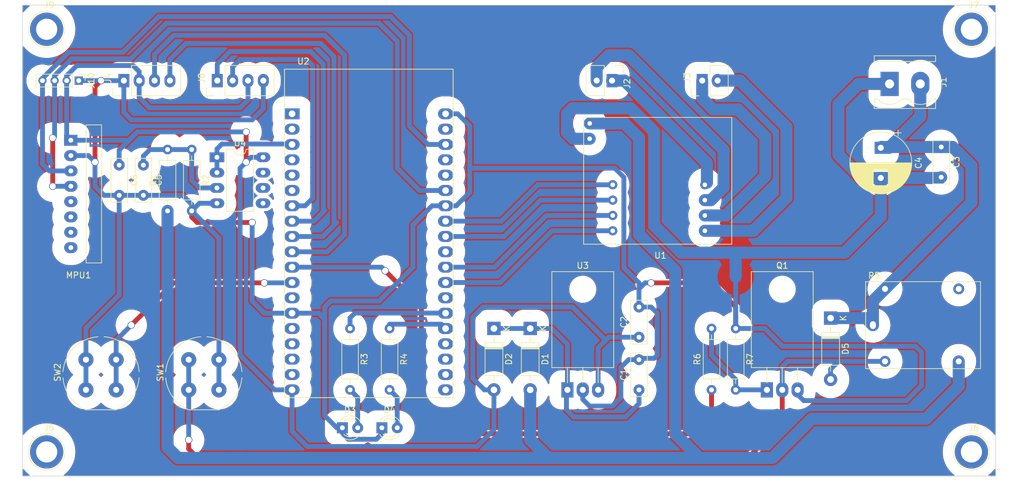
<source format=kicad_pcb>
(kicad_pcb (version 20240108) (generator "pcbnew") (generator_version "8.0")
  (title_block (comment 4 "AISLER Project ID: RIZIPMNJ"))
  (layers (0 "F.Cu" signal) (31 "B.Cu" signal) (34 "B.Paste" user) (35 "F.Paste" user) (36 "B.SilkS" user "B.Silkscreen") (37 "F.SilkS" user "F.Silkscreen") (38 "B.Mask" user) (39 "F.Mask" user) (44 "Edge.Cuts" user))
  (net 0 "")
  (net 1 "Net-(D1-K)")
  (net 2 "GND")
  (net 3 "+5V")
  (net 4 "+12V")
  (net 5 "GNDPWR")
  (net 6 "Net-(U4A-+)")
  (net 7 "+12P")
  (net 8 "Net-(D3-A)")
  (net 9 "Net-(D4-A)")
  (net 10 "Net-(D5-A)")
  (net 11 "Moteur A")
  (net 12 "Moteur B")
  (net 13 "Moteur C")
  (net 14 "Moteur D")
  (net 15 "EncodeurD")
  (net 16 "EncodeurC")
  (net 20 "EncodeurB")
  (net 21 "EncodeurA")
  (net 23 "SDA")
  (net 24 "SCL")
  (net 29 "Net-(Q1-G)")
  (net 30 "Led1")
  (net 31 "Led2")
  (net 33 "Signal de commande")
  (net 34 "Bouton Reset")
  (net 35 "PWM_1")
  (net 36 "PWM_2")
  (net 37 "PWM_3")
  (net 38 "PWM_4")
  (net 39 "+3.3V")
  (net 41 "Tension")
  (footprint "FootprintGamelGe2_v6:SW_PUSH_5mm_blue" (layer "F.Cu") (at 47.5 90.72 90)
    (property "Reference" "SW1" (at 2.9 -4.7 90) (layer "F.SilkS"))
    (property "Value" "SW_Push_blue")
    (pad "1" thru_hole circle (at 0 0 180) (size 2.5 2.5) (drill 1) (layers "*.Cu" "*.Mask") (net 10 "Net-(D5-A)"))
    (pad "1" thru_hole circle (at 5 0 180) (size 2.5 2.5) (drill 1) (layers "*.Cu" "*.Mask") (net 10 "Net-(D5-A)"))
    (pad "2" thru_hole circle (at 0 5 180) (size 2.5 2.5) (drill 1) (layers "*.Cu" "*.Mask") (net 2 "GND"))
    (pad "2" thru_hole circle (at 5 5 180) (size 2.5 2.5) (drill 1) (layers "*.Cu" "*.Mask") (net 2 "GND"))
  )
  (footprint "Diode_THT:D_DO-41_SOD81_P10.16mm_Horizontal" (layer "F.Cu") (at 98 80.56 -90)
    (property "Reference" "D2" (at 5.08 -2.47 90) (layer "F.SilkS"))
    (property "Value" "1N400X")
    (fp_text user "K" (at 0 -2.1 90) (layer "F.SilkS"))
    (pad "1" thru_hole rect (at 0 0 270) (size 2.2 2.2) (drill 1.1) (layers "*.Cu" "*.Mask") (net 1 "Net-(D1-K)"))
    (pad "2" thru_hole oval (at 10.16 0 270) (size 2.2 2.2) (drill 1.1) (layers "*.Cu" "*.Mask") (net 3 "+5V"))
  )
  (footprint "Diode_THT:D_DO-41_SOD81_P10.16mm_Horizontal" (layer "F.Cu") (at 104 80.56 -90)
    (property "Reference" "D1" (at 5.08 -2.47 90) (layer "F.SilkS"))
    (property "Value" "1N400X")
    (fp_text user "K" (at 0 -2.1 90) (layer "F.SilkS"))
    (pad "1" thru_hole rect (at 0 0 270) (size 2.2 2.2) (drill 1.1) (layers "*.Cu" "*.Mask") (net 1 "Net-(D1-K)"))
    (pad "2" thru_hole oval (at 10.16 0 270) (size 2.2 2.2) (drill 1.1) (layers "*.Cu" "*.Mask") (net 7 "+12P"))
  )
  (footprint "FootprintGamelGe2_v6:Autocom2" (layer "F.Cu") (at 132.46 39.5 90)
    (property "Reference" "J3" (at 0.5 -2.5 90) (layer "F.SilkS"))
    (property "Value" "Autocom2")
    (pad "1" thru_hole rect (at 0 0 90) (size 2.2 1.8) (drill 1) (layers "*.Cu" "*.Mask") (net 13 "Moteur C"))
    (pad "2" thru_hole oval (at 0 2.54 90) (size 2.2 1.8) (drill 1) (layers "*.Cu" "*.Mask") (net 14 "Moteur D"))
  )
  (footprint "mecatro:MPU6050" (layer "F.Cu") (at 21.65 43.792)
    (property "Reference" "MPU1" (at 7.62 27.94 0) (layer "F.SilkS"))
    (property "Value" "MPU6050")
    (pad "1" thru_hole rect (at 6.35 5.588) (size 2.2 1.8) (drill 0.8) (layers "*.Cu" "*.Mask") (net 3 "+5V"))
    (pad "2" thru_hole oval (at 6.35 8.128) (size 2.2 1.8) (drill 0.8) (layers "*.Cu" "*.Mask") (net 2 "GND"))
    (pad "3" thru_hole oval (at 6.35 10.668) (size 2.2 1.8) (drill 0.8) (layers "*.Cu" "*.Mask") (net 24 "SCL"))
    (pad "4" thru_hole oval (at 6.35 13.208) (size 2.2 1.8) (drill 0.8) (layers "*.Cu" "*.Mask") (net 23 "SDA"))
    (pad "5" thru_hole oval (at 6.35 15.748) (size 2.2 1.8) (drill 0.8) (layers "*.Cu" "*.Mask"))
    (pad "6" thru_hole oval (at 6.35 18.288) (size 2.2 1.8) (drill 0.8) (layers "*.Cu" "*.Mask"))
    (pad "7" thru_hole oval (at 6.35 20.828) (size 2.2 1.8) (drill 0.8) (layers "*.Cu" "*.Mask"))
    (pad "8" thru_hole oval (at 6.35 23.368) (size 2.2 1.8) (drill 0.8) (layers "*.Cu" "*.Mask"))
  )
  (footprint "FootprintGamelGe2_v6:LED_D3.0mm_orange" (layer "F.Cu") (at 72.92 97)
    (property "Reference" "D3" (at 1.27 -2.96 0) (layer "F.SilkS"))
    (property "Value" "LED3mm_orange")
    (pad "1" thru_hole rect (at 0 0) (size 1.8 1.8) (drill 0.8) (layers "*.Cu" "*.Mask") (net 2 "GND"))
    (pad "2" thru_hole circle (at 2.54 0) (size 1.8 1.8) (drill 0.8) (layers "*.Cu" "*.Mask") (net 8 "Net-(D3-A)"))
  )
  (footprint "FootprintGamelGe2_v6:R_Axial_DIN0207_L6.3mm_D2.5mm_P10.16mm_Horizontal" (layer "F.Cu") (at 74.195 80.56 -90)
    (property "Reference" "R3" (at 5.08 -2.37 90) (layer "F.SilkS"))
    (property "Value" "480")
    (pad "1" thru_hole circle (at 0 0 270) (size 1.6 1.6) (drill 0.8) (layers "*.Cu" "*.Mask") (net 30 "Led1"))
    (pad "2" thru_hole oval (at 10.16 0 270) (size 1.6 1.6) (drill 0.8) (layers "*.Cu" "*.Mask") (net 8 "Net-(D3-A)"))
  )
  (footprint "FootprintGamelGe2_v6:CP_Radial_D10.0mm_P5.00mm" (layer "F.Cu") (at 162 50.632323 -90)
    (property "Reference" "C4" (at 2.5 -6.25 90) (layer "F.SilkS"))
    (property "Value" "100µ")
    (pad "1" thru_hole rect (at 0 0 270) (size 2 2) (drill 1) (layers "*.Cu" "*.Mask") (net 4 "+12V"))
    (pad "2" thru_hole circle (at 5 0 270) (size 2 2) (drill 1) (layers "*.Cu" "*.Mask") (net 5 "GNDPWR"))
  )
  (footprint "FootprintGamelGe2_v6:R_Axial_DIN0207_L6.3mm_D2.5mm_P10.16mm_Horizontal" (layer "F.Cu") (at 44 61.08 90)
    (property "Reference" "R1" (at 5.08 -2.37 90) (layer "F.SilkS"))
    (property "Value" "15k")
    (pad "1" thru_hole circle (at 0 0 90) (size 1.6 1.6) (drill 0.8) (layers "*.Cu" "*.Mask") (net 7 "+12P"))
    (pad "2" thru_hole oval (at 10.16 0 90) (size 1.6 1.6) (drill 0.8) (layers "*.Cu" "*.Mask") (net 6 "Net-(U4A-+)"))
  )
  (footprint "FootprintGamelGe2_v6:R_Axial_DIN0207_L6.3mm_D2.5mm_P10.16mm_Horizontal" (layer "F.Cu") (at 48 50.92 -90)
    (property "Reference" "R2" (at 5.08 -2.37 90) (layer "F.SilkS"))
    (property "Value" "5600")
    (pad "1" thru_hole circle (at 0 0 270) (size 1.6 1.6) (drill 0.8) (layers "*.Cu" "*.Mask") (net 6 "Net-(U4A-+)"))
    (pad "2" thru_hole oval (at 10.16 0 270) (size 1.6 1.6) (drill 0.8) (layers "*.Cu" "*.Mask") (net 2 "GND"))
  )
  (footprint "FootprintGamelGe2_v6:R_Axial_DIN0207_L6.3mm_D2.5mm_P10.16mm_Horizontal" (layer "F.Cu") (at 80.735 80.56 -90)
    (property "Reference" "R4" (at 5.08 -2.37 90) (layer "F.SilkS"))
    (property "Value" "480")
    (pad "1" thru_hole circle (at 0 0 270) (size 1.6 1.6) (drill 0.8) (layers "*.Cu" "*.Mask") (net 31 "Led2"))
    (pad "2" thru_hole oval (at 10.16 0 270) (size 1.6 1.6) (drill 0.8) (layers "*.Cu" "*.Mask") (net 9 "Net-(D4-A)"))
  )
  (footprint "FootprintGamelGe2_v6:C_Rect_L7.0mm_W2.5mm_P5.00mm" (layer "F.Cu") (at 172 50.5 -90)
    (property "Reference" "C3" (at 2.5 -2.5 90) (layer "F.SilkS"))
    (property "Value" "100n")
    (pad "1" thru_hole circle (at 0 0 270) (size 1.8 1.8) (drill 0.8) (layers "*.Cu" "*.Mask") (net 4 "+12V"))
    (pad "2" thru_hole circle (at 5 0 270) (size 1.8 1.8) (drill 0.8) (layers "*.Cu" "*.Mask") (net 5 "GNDPWR"))
  )
  (footprint "FootprintGamelGe2_v6:Autocom4" (layer "F.Cu") (at 36.77 39.5 90)
    (property "Reference" "J4" (at 0.4 -2.6 90) (layer "F.SilkS"))
    (property "Value" "Autocom4")
    (pad "1" thru_hole rect (at 0 0 90) (size 2.2 1.8) (drill 1) (layers "*.Cu" "*.Mask") (net 2 "GND"))
    (pad "2" thru_hole oval (at 0 2.54 90) (size 2.2 1.8) (drill 1) (layers "*.Cu" "*.Mask") (net 3 "+5V"))
    (pad "3" thru_hole oval (at 0 5.08 90) (size 2.2 1.8) (drill 1) (layers "*.Cu" "*.Mask") (net 15 "EncodeurD"))
    (pad "4" thru_hole oval (at 0 7.62 90) (size 2.2 1.8) (drill 1) (layers "*.Cu" "*.Mask") (net 16 "EncodeurC"))
  )
  (footprint "FootprintGamelGe2_v6:R_Axial_DIN0207_L6.3mm_D2.5mm_P10.16mm_Horizontal" (layer "F.Cu") (at 134 90.72 90)
    (property "Reference" "R6" (at 5.08 -2.37 90) (layer "F.SilkS"))
    (property "Value" "100")
    (pad "1" thru_hole circle (at 0 0 90) (size 1.6 1.6) (drill 0.8) (layers "*.Cu" "*.Mask") (net 33 "Signal de commande"))
    (pad "2" thru_hole oval (at 10.16 0 90) (size 1.6 1.6) (drill 0.8) (layers "*.Cu" "*.Mask") (net 29 "Net-(Q1-G)"))
  )
  (footprint "FootprintGamelGe2_v6:LED_D3.0mm_orange" (layer "F.Cu") (at 79.46 97)
    (property "Reference" "D4" (at 1.27 -2.96 0) (layer "F.SilkS"))
    (property "Value" "LED3mm_orange")
    (pad "1" thru_hole rect (at 0 0) (size 1.8 1.8) (drill 0.8) (layers "*.Cu" "*.Mask") (net 2 "GND"))
    (pad "2" thru_hole circle (at 2.54 0) (size 1.8 1.8) (drill 0.8) (layers "*.Cu" "*.Mask") (net 9 "Net-(D4-A)"))
  )
  (footprint "mecatro:MODULE_ESP32-DEVKITC-32D" (layer "F.Cu") (at 77.3 64.76)
    (property "Reference" "U2" (at -10.829175 -28.446045 0) (layer "F.SilkS") (effects (font (size 1.000386 1.000386))))
    (property "Value" "ESP32-DEVKITC-32D")
    (pad "1" thru_hole rect (at -12.7 -19.76) (size 2.5 1.8) (drill 1.1) (layers "*.Cu" "*.Mask") (net 39 "+3.3V"))
    (pad "2" thru_hole oval (at -12.7 -17.22) (size 2.5 1.8) (drill 1.1) (layers "*.Cu" "*.Mask"))
    (pad "3" thru_hole oval (at -12.7 -14.68) (size 2.5 1.8) (drill 1.1) (layers "*.Cu" "*.Mask") (net 41 "Tension"))
    (pad "4" thru_hole oval (at -12.7 -12.14) (size 2.5 1.8) (drill 1.1) (layers "*.Cu" "*.Mask"))
    (pad "5" thru_hole oval (at -12.7 -9.6) (size 2.5 1.8) (drill 1.1) (layers "*.Cu" "*.Mask"))
    (pad "6" thru_hole oval (at -12.7 -7.06) (size 2.5 1.8) (drill 1.1) (layers "*.Cu" "*.Mask"))
    (pad "7" thru_hole oval (at -12.7 -4.52) (size 2.5 1.8) (drill 1.1) (layers "*.Cu" "*.Mask") (net 21 "EncodeurA"))
    (pad "8" thru_hole oval (at -12.7 -1.98) (size 2.5 1.8) (drill 1.1) (layers "*.Cu" "*.Mask") (net 20 "EncodeurB"))
    (pad "9" thru_hole oval (at -12.7 0.56) (size 2.5 1.8) (drill 1.1) (layers "*.Cu" "*.Mask") (net 16 "EncodeurC"))
    (pad "10" thru_hole oval (at -12.7 3.1) (size 2.5 1.8) (drill 1.1) (layers "*.Cu" "*.Mask") (net 15 "EncodeurD"))
    (pad "11" thru_hole oval (at -12.7 5.64) (size 2.5 1.8) (drill 1.1) (layers "*.Cu" "*.Mask") (net 33 "Signal de commande"))
    (pad "12" thru_hole oval (at -12.7 8.18) (size 2.5 1.8) (drill 1.1) (layers "*.Cu" "*.Mask") (net 34 "Bouton Reset"))
    (pad "13" thru_hole oval (at -12.7 10.72) (size 2.5 1.8) (drill 1.1) (layers "*.Cu" "*.Mask"))
    (pad "14" thru_hole oval (at -12.7 13.26) (size 2.5 1.8) (drill 1.1) (layers "*.Cu" "*.Mask") (net 2 "GND"))
    (pad "15" thru_hole oval (at -12.7 15.8) (size 2.5 1.8) (drill 1.1) (layers "*.Cu" "*.Mask"))
    (pad "16" thru_hole oval (at -12.7 18.34) (size 2.5 1.8) (drill 1.1) (layers "*.Cu" "*.Mask"))
    (pad "17" thru_hole oval (at -12.7 20.88) (size 2.5 1.8) (drill 1.1) (layers "*.Cu" "*.Mask"))
    (pad "18" thru_hole oval (at -12.7 23.42) (size 2.5 1.8) (drill 1.1) (layers "*.Cu" "*.Mask"))
    (pad "19" thru_hole oval (at -12.7 25.96) (size 2.5 1.8) (drill 1.1) (layers "*.Cu" "*.Mask") (net 3 "+5V"))
    (pad "20" thru_hole oval (at 12.7 -19.76) (size 2.5 1.8) (drill 1.1) (layers "*.Cu" "*.Mask") (net 2 "GND"))
    (pad "21" thru_hole oval (at 12.7 -17.22) (size 2.5 1.8) (drill 1.1) (layers "*.Cu" "*.Mask"))
    (pad "22" thru_hole oval (at 12.7 -14.68) (size 2.5 1.8) (drill 1.1) (layers "*.Cu" "*.Mask") (net 24 "SCL"))
    (pad "23" thru_hole oval (at 12.7 -12.14) (size 2.5 1.8) (drill 1.1) (layers "*.Cu" "*.Mask"))
    (pad "24" thru_hole oval (at 12.7 -9.6) (size 2.5 1.8) (drill 1.1) (layers "*.Cu" "*.Mask"))
    (pad "25" thru_hole oval (at 12.7 -7.06) (size 2.5 1.8) (drill 1.1) (layers "*.Cu" "*.Mask") (net 23 "SDA"))
    (pad "26" thru_hole oval (at 12.7 -4.52) (size 2.5 1.8) (drill 1.1) (layers "*.Cu" "*.Mask") (net 2 "GND"))
    (pad "27" thru_hole oval (at 12.7 -1.98) (size 2.5 1.8) (drill 1.1) (layers "*.Cu" "*.Mask") (net 38 "PWM_4"))
    (pad "28" thru_hole oval (at 12.7 0.56) (size 2.5 1.8) (drill 1.1) (layers "*.Cu" "*.Mask") (net 37 "PWM_3"))
    (pad "29" thru_hole oval (at 12.7 3.1) (size 2.5 1.8) (drill 1.1) (layers "*.Cu" "*.Mask"))
    (pad "30" thru_hole oval (at 12.7 5.64) (size 2.5 1.8) (drill 1.1) (layers "*.Cu" "*.Mask") (net 36 "PWM_2"))
    (pad "31" thru_hole oval (at 12.7 8.18) (size 2.5 1.8) (drill 1.1) (layers "*.Cu" "*.Mask") (net 35 "PWM_1"))
    (pad "32" thru_hole oval (at 12.7 10.72) (size 2.5 1.8) (drill 1.1) (layers "*.Cu" "*.Mask"))
    (pad "33" thru_hole oval (at 12.7 13.26) (size 2.5 1.8) (drill 1.1) (layers "*.Cu" "*.Mask") (net 30 "Led1"))
    (pad "34" thru_hole oval (at 12.7 15.8) (size 2.5 1.8) (drill 1.1) (layers "*.Cu" "*.Mask") (net 31 "Led2"))
    (pad "35" thru_hole oval (at 12.7 18.34) (size 2.5 1.8) (drill 1.1) (layers "*.Cu" "*.Mask"))
    (pad "36" thru_hole oval (at 12.7 20.88) (size 2.5 1.8) (drill 1.1) (layers "*.Cu" "*.Mask"))
    (pad "37" thru_hole oval (at 12.7 23.42) (size 2.5 1.8) (drill 1.1) (layers "*.Cu" "*.Mask"))
    (pad "38" thru_hole oval (at 12.7 25.96) (size 2.5 1.8) (drill 1.1) (layers "*.Cu" "*.Mask"))
  )
  (footprint "FootprintGamelGe2_v6:C_Rect_L7.0mm_W2.5mm_P5.00mm" (layer "F.Cu") (at 122 90.72 90)
    (property "Reference" "C1" (at 2.5 -2.5 90) (layer "F.SilkS"))
    (property "Value" "100n")
    (pad "1" thru_hole circle (at 0 0 90) (size 1.8 1.8) (drill 0.8) (layers "*.Cu" "*.Mask") (net 1 "Net-(D1-K)"))
    (pad "2" thru_hole circle (at 5 0 90) (size 1.8 1.8) (drill 0.8) (layers "*.Cu" "*.Mask") (net 2 "GND"))
  )
  (footprint "LibRelais:HF3FA" (layer "F.Cu") (at 160.7 80)
    (property "Reference" "R5" (at 0.2 -8.2 0) (layer "F.SilkS"))
    (property "Value" "HF3FA")
    (pad "1" thru_hole circle (at 2 -6) (size 1.8 1.8) (drill 1) (layers "*.Cu" "*.Mask") (net 4 "+12V"))
    (pad "2" thru_hole circle (at 2 6) (size 1.8 1.8) (drill 1) (layers "*.Cu" "*.Mask") (net 10 "Net-(D5-A)"))
    (pad "3" thru_hole circle (at 0 0) (size 1.8 1.8) (drill oval 1 1.3) (layers "*.Cu" "*.Mask") (net 4 "+12V"))
    (pad "4" thru_hole circle (at 14.2 6) (size 1.8 1.8) (drill 1) (layers "*.Cu" "*.Mask") (net 7 "+12P"))
    (pad "5" thru_hole circle (at 14.2 -6) (size 1.8 1.8) (drill 1) (layers "*.Cu" "*.Mask"))
  )
  (footprint "FootprintGamelGe2_v6:SW_PUSH_5mm_blue" (layer "F.Cu") (at 30.5 90.72 90)
    (property "Reference" "SW2" (at 2.9 -4.7 90) (layer "F.SilkS"))
    (property "Value" "SW_Push_blue")
    (pad "1" thru_hole circle (at 0 0 180) (size 2.5 2.5) (drill 1) (layers "*.Cu" "*.Mask") (net 2 "GND"))
    (pad "1" thru_hole circle (at 5 0 180) (size 2.5 2.5) (drill 1) (layers "*.Cu" "*.Mask") (net 2 "GND"))
    (pad "2" thru_hole circle (at 0 5 180) (size 2.5 2.5) (drill 1) (layers "*.Cu" "*.Mask") (net 34 "Bouton Reset"))
    (pad "2" thru_hole circle (at 5 5 180) (size 2.5 2.5) (drill 1) (layers "*.Cu" "*.Mask") (net 34 "Bouton Reset"))
  )
  (footprint "FootprintGamelGe2_v6:R_Axial_DIN0207_L6.3mm_D2.5mm_P10.16mm_Horizontal" (layer "F.Cu") (at 138 80.56 -90)
    (property "Reference" "R7" (at 5.08 -2.37 90) (layer "F.SilkS"))
    (property "Value" "10k")
    (pad "1" thru_hole circle (at 0 0 270) (size 1.6 1.6) (drill 0.8) (layers "*.Cu" "*.Mask") (net 2 "GND"))
    (pad "2" thru_hole oval (at 10.16 0 270) (size 1.6 1.6) (drill 0.8) (layers "*.Cu" "*.Mask") (net 29 "Net-(Q1-G)"))
  )
  (footprint "FootprintGamelGe2_v6:C_Rect_L7.0mm_W2.5mm_P5.00mm" (layer "F.Cu") (at 122 82 90)
    (property "Reference" "C2" (at 2.5 -2.5 90) (layer "F.SilkS"))
    (property "Value" "330n")
    (pad "1" thru_hole circle (at 0 0 90) (size 1.8 1.8) (drill 0.8) (layers "*.Cu" "*.Mask") (net 3 "+5V"))
    (pad "2" thru_hole circle (at 5 0 90) (size 1.8 1.8) (drill 0.8) (layers "*.Cu" "*.Mask") (net 2 "GND"))
  )
  (footprint "FootprintGamelGe2_v6:TO-220-3_Horizontal_TabDown" (layer "F.Cu") (at 143.16 90.72)
    (property "Reference" "Q1" (at 2.54 -20.58 0) (layer "F.SilkS"))
    (property "Value" "IRL510")
    (pad "" np_thru_hole oval (at 2.54 -16.66) (size 3.5 3.5) (drill 3.5) (layers "*.Cu" "*.Mask"))
    (pad "1" thru_hole rect (at 0 0) (size 2 2.5) (drill 1) (layers "*.Cu" "*.Mask") (net 29 "Net-(Q1-G)"))
    (pad "2" thru_hole oval (at 2.54 0) (size 2 2.5) (drill 1) (layers "*.Cu" "*.Mask") (net 10 "Net-(D5-A)"))
    (pad "3" thru_hole oval (at 5.08 0) (size 2 2.5) (drill 1) (layers "*.Cu" "*.Mask") (net 2 "GND"))
  )
  (footprint "FootprintGamelGe2_v6:C_Rect_L7.0mm_W2.5mm_P5.00mm" (layer "F.Cu") (at 36 53.5 -90)
    (property "Reference" "C6" (at 2.5 -2.5 90) (layer "F.SilkS"))
    (property "Value" "100n")
    (pad "1" thru_hole circle (at 0 0 270) (size 1.8 1.8) (drill 0.8) (layers "*.Cu" "*.Mask") (net 3 "+5V"))
    (pad "2" thru_hole circle (at 5 0 270) (size 1.8 1.8) (drill 0.8) (layers "*.Cu" "*.Mask") (net 2 "GND"))
  )
  (footprint "FootprintGamelGe2_v6:C_Rect_L7.0mm_W2.5mm_P5.00mm" (layer "F.Cu") (at 40 53.5 -90)
    (property "Reference" "C5" (at 2.5 -2.5 90) (layer "F.SilkS"))
    (property "Value" "100n")
    (pad "1" thru_hole circle (at 0 0 270) (size 1.8 1.8) (drill 0.8) (layers "*.Cu" "*.Mask") (net 6 "Net-(U4A-+)"))
    (pad "2" thru_hole circle (at 5 0 270) (size 1.8 1.8) (drill 0.8) (layers "*.Cu" "*.Mask") (net 2 "GND"))
  )
  (footprint "FootprintGamelGe2_v6:TO-220-3_Horizontal_TabDown" (layer "F.Cu") (at 110.16 90.72)
    (property "Reference" "U3" (at 2.54 -20.58 0) (layer "F.SilkS"))
    (property "Value" "LM7805_TO220")
    (pad "" np_thru_hole oval (at 2.54 -16.66) (size 3.5 3.5) (drill 3.5) (layers "*.Cu" "*.Mask"))
    (pad "1" thru_hole rect (at 0 0) (size 2 2.5) (drill 1) (layers "*.Cu" "*.Mask") (net 1 "Net-(D1-K)"))
    (pad "2" thru_hole oval (at 2.54 0) (size 2 2.5) (drill 1) (layers "*.Cu" "*.Mask") (net 2 "GND"))
    (pad "3" thru_hole oval (at 5.08 0) (size 2 2.5) (drill 1) (layers "*.Cu" "*.Mask") (net 3 "+5V"))
  )
  (footprint "Connector_PinHeader_2.00mm:PinHeader_1x04_P2.00mm_Vertical" (layer "F.Cu") (at 29.31 39.5 -90)
    (property "Reference" "J10" (at 0 -2.06 90) (layer "F.SilkS"))
    (property "Value" "Autocom4")
    (pad "1" thru_hole rect (at 0 0 270) (size 1.35 1.35) (drill 0.8) (layers "*.Cu" "*.Mask") (net 2 "GND"))
    (pad "2" thru_hole oval (at 0 2 270) (size 1.35 1.35) (drill 0.8) (layers "*.Cu" "*.Mask") (net 3 "+5V"))
    (pad "3" thru_hole oval (at 0 4 270) (size 1.35 1.35) (drill 0.8) (layers "*.Cu" "*.Mask") (net 23 "SDA"))
    (pad "4" thru_hole oval (at 0 6 270) (size 1.35 1.35) (drill 0.8) (layers "*.Cu" "*.Mask") (net 24 "SCL"))
  )
  (footprint "LibMiniL298N:Mini_L298N" (layer "F.Cu") (at 112.845 45.595)
    (property "Reference" "U1" (at 12.7 22.86 0) (layer "F.SilkS"))
    (property "Value" "Mini_L298N")
    (pad "1" thru_hole circle (at 1 1) (size 1.524 1.524) (drill 0.762) (layers "*.Cu" "*.Mask") (net 7 "+12P"))
    (pad "2" thru_hole circle (at 1 3.54) (size 1.524 1.524) (drill 0.762) (layers "*.Cu" "*.Mask") (net 5 "GNDPWR"))
    (pad "3" thru_hole circle (at 4.81 11.16) (size 1.524 1.524) (drill 0.762) (layers "*.Cu" "*.Mask") (net 38 "PWM_4"))
    (pad "4" thru_hole circle (at 4.81 13.7) (size 1.524 1.524) (drill 0.762) (layers "*.Cu" "*.Mask") (net 37 "PWM_3"))
    (pad "5" thru_hole circle (at 4.81 16.24) (size 1.524 1.524) (drill 0.762) (layers "*.Cu" "*.Mask") (net 36 "PWM_2"))
    (pad "6" thru_hole circle (at 4.81 18.78) (size 1.524 1.524) (drill 0.762) (layers "*.Cu" "*.Mask") (net 35 "PWM_1"))
    (pad "7" thru_hole circle (at 20.05 11.16) (size 1.524 1.524) (drill 0.762) (layers "*.Cu" "*.Mask") (net 11 "Moteur A"))
    (pad "8" thru_hole circle (at 20.05 13.7) (size 1.524 1.524) (drill 0.762) (layers "*.Cu" "*.Mask") (net 12 "Moteur B"))
    (pad "9" thru_hole circle (at 20.05 16.24) (size 1.524 1.524) (drill 0.762) (layers "*.Cu" "*.Mask") (net 13 "Moteur C"))
    (pad "10" thru_hole circle (at 20.05 18.78) (size 1.524 1.524) (drill 0.762) (layers "*.Cu" "*.Mask") (net 14 "Moteur D"))
  )
  (footprint "FootprintGamelGe2_v6:Mounting_Screw_3mm" (layer "F.Cu") (at 24 101)
    (property "Reference" "J5" (at 0.4 -4 0) (layer "F.SilkS"))
    (property "Value" "Mounting_Screw_3mm")
    (pad "1" thru_hole circle (at 0 0) (size 5.5 5.5) (drill 3.5) (layers "*.Cu" "*.Mask"))
  )
  (footprint "FootprintGamelGe2_v6:OmnimateSL-5,08_1x02_P5.08mm_Vertical" (layer "F.Cu") (at 163.46 40.05)
    (property "Reference" "J1" (at 8.9 -0.3 90) (layer "F.SilkS"))
    (property "Value" "Omnimate2")
    (pad "1" thru_hole rect (at 0 0) (size 3 4) (drill 1.5) (layers "*.Cu" "*.Mask") (net 5 "GNDPWR"))
    (pad "2" thru_hole oval (at 5.08 0) (size 3 4) (drill 1.5) (layers "*.Cu" "*.Mask") (net 4 "+12V"))
  )
  (footprint "FootprintGamelGe2_v6:Autocom4" (layer "F.Cu") (at 52.23 39.5 90)
    (property "Reference" "J8" (at 0.4 -2.6 90) (layer "F.SilkS"))
    (property "Value" "Autocom4")
    (pad "1" thru_hole rect (at 0 0 90) (size 2.2 1.8) (drill 1) (layers "*.Cu" "*.Mask") (net 20 "EncodeurB"))
    (pad "2" thru_hole oval (at 0 2.54 90) (size 2.2 1.8) (drill 1) (layers "*.Cu" "*.Mask") (net 21 "EncodeurA"))
    (pad "3" thru_hole oval (at 0 5.08 90) (size 2.2 1.8) (drill 1) (layers "*.Cu" "*.Mask") (net 3 "+5V"))
    (pad "4" thru_hole oval (at 0 7.62 90) (size 2.2 1.8) (drill 1) (layers "*.Cu" "*.Mask") (net 2 "GND"))
  )
  (footprint "Diode_THT:D_DO-41_SOD81_P10.16mm_Horizontal" (layer "F.Cu") (at 153.7 78.84 -90)
    (property "Reference" "D5" (at 5.08 -2.47 90) (layer "F.SilkS"))
    (property "Value" "1N400X")
    (fp_text user "K" (at 0 -2.1 90) (layer "F.SilkS"))
    (pad "1" thru_hole rect (at 0 0 270) (size 2.2 2.2) (drill 1.1) (layers "*.Cu" "*.Mask") (net 4 "+12V"))
    (pad "2" thru_hole oval (at 10.16 0 270) (size 2.2 2.2) (drill 1.1) (layers "*.Cu" "*.Mask") (net 10 "Net-(D5-A)"))
  )
  (footprint "FootprintGamelGe2_v6:Mounting_Screw_3mm" (layer "F.Cu") (at 177 101)
    (property "Reference" "J6" (at 0.4 -4 0) (layer "F.SilkS"))
    (property "Value" "Mounting_Screw_3mm")
    (pad "1" thru_hole circle (at 0 0) (size 5.5 5.5) (drill 3.5) (layers "*.Cu" "*.Mask"))
  )
  (footprint "FootprintGamelGe2_v6:Mounting_Screw_3mm" (layer "F.Cu") (at 177 31)
    (property "Reference" "J7" (at 0.4 -4 0) (layer "F.SilkS"))
    (property "Value" "Mounting_Screw_3mm")
    (pad "1" thru_hole circle (at 0 0) (size 5.5 5.5) (drill 3.5) (layers "*.Cu" "*.Mask"))
  )
  (footprint "FootprintGamelGe2_v6:DIP-8_W7.62mm_LongPads" (layer "F.Cu") (at 52.175 52.2)
    (property "Reference" "U4" (at 3.81 -2.33 0) (layer "F.SilkS"))
    (property "Value" "TL082")
    (pad "1" thru_hole rect (at 0 0) (size 2.4 1.6) (drill 0.8) (layers "*.Cu" "*.Mask") (net 41 "Tension"))
    (pad "2" thru_hole oval (at 0 2.54) (size 2.4 1.6) (drill 0.8) (layers "*.Cu" "*.Mask") (net 41 "Tension"))
    (pad "3" thru_hole oval (at 0 5.08) (size 2.4 1.6) (drill 0.8) (layers "*.Cu" "*.Mask") (net 6 "Net-(U4A-+)"))
    (pad "4" thru_hole oval (at 0 7.62) (size 2.4 1.6) (drill 0.8) (layers "*.Cu" "*.Mask") (net 2 "GND"))
    (pad "5" thru_hole oval (at 7.62 7.62) (size 2.4 1.6) (drill 0.8) (layers "*.Cu" "*.Mask"))
    (pad "6" thru_hole oval (at 7.62 5.08) (size 2.4 1.6) (drill 0.8) (layers "*.Cu" "*.Mask"))
    (pad "7" thru_hole oval (at 7.62 2.54) (size 2.4 1.6) (drill 0.8) (layers "*.Cu" "*.Mask"))
    (pad "8" thru_hole oval (at 7.62 0) (size 2.4 1.6) (drill 0.8) (layers "*.Cu" "*.Mask") (net 3 "+5V"))
  )
  (footprint "FootprintGamelGe2_v6:Autocom2" (layer "F.Cu") (at 117.54 39.5 -90)
    (property "Reference" "J2" (at 0.5 -2.5 90) (layer "F.SilkS"))
    (property "Value" "Autocom2")
    (pad "1" thru_hole rect (at 0 0 270) (size 2.2 1.8) (drill 1) (layers "*.Cu" "*.Mask") (net 11 "Moteur A"))
    (pad "2" thru_hole oval (at 0 2.54 270) (size 2.2 1.8) (drill 1) (layers "*.Cu" "*.Mask") (net 12 "Moteur B"))
  )
  (footprint "FootprintGamelGe2_v6:Mounting_Screw_3mm" (layer "F.Cu") (at 24 31)
    (property "Reference" "J9" (at 0.4 -4 0) (layer "F.SilkS"))
    (property "Value" "Mounting_Screw_3mm")
    (pad "1" thru_hole circle (at 0 0) (size 5.5 5.5) (drill 3.5) (layers "*.Cu" "*.Mask"))
  )
  (footprint "mecatro:NetTie-2_SMD_Pad2.0mm" (layer "B.Cu") (at 138 70 -90)
    (property "Reference" "NT4" (hide yes))
    (property "Value" "NetTie_2" (hide yes))
    (fp_poly (pts (xy -2 1) (xy 2 1) (xy 2 -1) (xy -2 -1)) (fill solid) (layer "B.Cu"))
    (pad "1" smd circle (at -2 0 270) (size 2 2) (layers "B.Cu") (net 5 "GNDPWR"))
    (pad "2" smd circle (at 2 0 270) (size 2 2) (layers "B.Cu") (net 2 "GND"))
  )
  (gr_rect (start 20 27) (end 181 105) (stroke (width 0.1)) (fill none) (layer "Edge.Cuts"))
  (segment (start 110.16 83.16) (end 110.16 90.72) (width 0.8) (layer "B.Cu") (net 1))
  (segment (start 107.56 80.56) (end 110.16 83.16) (width 0.8) (layer "B.Cu") (net 1))
  (segment (start 104 80.56) (end 98 80.56) (width 0.8) (layer "B.Cu") (net 1))
  (segment (start 110 90.88) (end 110 94) (width 0.8) (layer "B.Cu") (net 1))
  (segment (start 110.16 90.72) (end 110 90.88) (width 0.8) (layer "B.Cu") (net 1))
  (segment (start 110 94) (end 111.2 95.2) (width 0.8) (layer "B.Cu") (net 1))
  (segment (start 119.8 95.2) (end 122 93) (width 0.8) (layer "B.Cu") (net 1))
  (segment (start 122 93) (end 122 90.72) (width 0.8) (layer "B.Cu") (net 1))
  (segment (start 111.2 95.2) (end 119.8 95.2) (width 0.8) (layer "B.Cu") (net 1))
  (segment (start 104 80.56) (end 107.56 80.56) (width 0.8) (layer "B.Cu") (net 1))
  (segment (start 32 40.5) (end 33 39.5) (width 0.8) (layer "F.Cu") (net 2))
  (segment (start 58 63) (end 48.9 63) (width 0.8) (layer "F.Cu") (net 2))
  (segment (start 138 80.56) (end 138 77) (width 0.8) (layer "F.Cu") (net 2))
  (segment (start 48 62.1) (end 48 61.08) (width 0.8) (layer "F.Cu") (net 2))
  (segment (start 138 77) (end 134 73) (width 0.8) (layer "F.Cu") (net 2))
  (segment (start 48.9 63) (end 48 62.1) (width 0.8) (layer "F.Cu") (net 2))
  (segment (start 32 53) (end 32 40.5) (width 0.8) (layer "F.Cu") (net 2))
  (segment (start 134 73) (end 124 73) (width 0.8) (layer "F.Cu") (net 2))
  (via (at 33 39.5) (size 1.2) (drill 1) (layers "F.Cu" "B.Cu") (net 2))
  (via (at 124 73) (size 1.2) (drill 1) (layers "F.Cu" "B.Cu") (net 2))
  (via (at 58 63) (size 1.2) (drill 1) (layers "F.Cu" "B.Cu") (net 2))
  (via (at 32 53) (size 1.2) (drill 1) (layers "F.Cu" "B.Cu") (net 2))
  (segment (start 36 58.5) (end 33.5 58.5) (width 0.8) (layer "B.Cu") (net 2))
  (segment (start 122 74) (end 122 77) (width 0.8) (layer "B.Cu") (net 2))
  (segment (start 84.6 70.4) (end 84.6 63.4) (width 0.8) (layer "B.Cu") (net 2))
  (segment (start 91.76 60.24) (end 94 58) (width 0.8) (layer "B.Cu") (net 2))
  (segment (start 124.5 85.5) (end 122 85.5) (width 0.8) (layer "B.Cu") (net 2))
  (segment (start 94 54) (end 94 47) (width 0.8) (layer "B.Cu") (net 2))
  (segment (start 87.76 60.24) (end 90 60.24) (width 0.8) (layer "B.Cu") (net 2))
  (segment (start 36.77 39.5) (end 36.77 44.77) (width 0.8) (layer "B.Cu") (net 2))
  (segment (start 168.75 84.5) (end 167.75 83.5) (width 0.8) (layer "B.Cu") (net 2))
  (segment (start 72.92 97.92) (end 72.92 97) (width 0.8) (layer "B.Cu") (net 2))
  (segment (start 122 73) (end 122 74) (width 0.8) (layer "B.Cu") (net 2))
  (segment (start 52.5 85.72) (end 52.5 65.58) (width 0.8) (layer "B.Cu") (net 2))
  (segment (start 59.85 44.15) (end 59.85 39.5) (width 0.8) (layer "B.Cu") (net 2))
  (segment (start 69.02 78.02) (end 64.6 78.02) (width 0.8) (layer "B.Cu") (net 2))
  (segment (start 79 76) (end 84.6 70.4) (width 0.8) (layer "B.Cu") (net 2))
  (segment (start 119.5 55.5) (end 119.5 70.5) (width 0.8) (layer "B.Cu") (net 2))
  (segment (start 120.28 85.72) (end 122 85.72) (width 0.8) (layer "B.Cu") (net 2))
  (segment (start 117.6 93.4) (end 119 92) (width 0.8) (layer "B.Cu") (net 2))
  (segment (start 58 76) (end 60.02 78.02) (width 0.8) (layer "B.Cu") (net 2))
  (segment (start 52.5 85.72) (end 52.5 90.72) (width 0.8) (layer "B.Cu") (net 2))
  (segment (start 48 60) (end 48 61.08) (width 0.8) (layer "B.Cu") (net 2))
  (segment (start 124 73) (end 123 73) (width 0.8) (layer "B.Cu") (net 2))
  (segment (start 58 46) (end 59.85 44.15) (width 0.8) (layer "B.Cu") (net 2))
  (segment (start 29.31 39.5) (end 33 39.5) (width 0.8) (layer "B.Cu") (net 2))
  (segment (start 70 95) (end 70 80) (width 0.8) (layer "B.Cu") (net 2))
  (segment (start 72.92 97) (end 72 97) (width 0.8) (layer "B.Cu") (net 2))
  (segment (start 168.75 90) (end 168.75 84.5) (width 0.8) (layer "B.Cu") (net 2))
  (segment (start 79.46 97.98) (end 78.54 98.9) (width 0.8) (layer "B.Cu") (net 2))
  (segment (start 78.54 98.9) (end 73.9 98.9) (width 0.8) (layer "B.Cu") (net 2))
  (segment (start 72 97) (end 70 95) (width 0.8) (layer "B.Cu") (net 2))
  (segment (start 167.75 83.5) (end 145.75 83.5) (width 0.8) (layer "B.Cu") (net 2))
  (segment (start 148.24 90.72) (end 148.24 91.49) (width 0.8) (layer "B.Cu") (net 2))
  (segment (start 94 54) (end 118 54) (width 0.8) (layer "B.Cu") (net 2))
  (segment (start 70 79) (end 69.02 78.02) (width 0.8) (layer "B.Cu") (net 2))
  (segment (start 30.5 80.5) (end 36 75) (width 0.8) (layer "B.Cu") (net 2))
  (segment (start 52.175 59.82) (end 49.26 59.82) (width 0.8) (layer "B.Cu") (net 2))
  (segment (start 112.7 90.72) (end 112.7 92.3) (width 0.8) (layer "B.Cu") (net 2))
  (segment (start 145.75 83.5) (end 142.81 80.56) (width 0.8) (layer "B.Cu") (net 2))
  (segment (start 125 85) (end 124.5 85.5) (width 0.8) (layer "B.Cu") (net 2))
  (segment (start 79.46 97) (end 79.46 97.98) (width 0.8) (layer "B.Cu") (net 2))
  (segment (start 30.92 51.92) (end 28 51.92) (width 0.8) (layer "B.Cu") (net 2))
  (segment (start 40 58.5) (end 46.5 58.5) (width 0.8) (layer "B.Cu") (net 2))
  (segment (start 94 47) (end 92 45) (width 0.8) (layer "B.Cu") (net 2))
  (segment (start 38 46) (end 58 46) (width 0.8) (layer "B.Cu") (net 2))
  (segment (start 122 77) (end 124 77) (width 0.8) (layer "B.Cu") (net 2))
  (segment (start 123 73) (end 122 74) (width 0.8) (layer "B.Cu") (net 2))
  (segment (start 113.8 93.4) (end 117.6 93.4) (width 0.8) (layer "B.Cu") (net 2))
  (segment (start 119 87) (end 120.28 85.72) (width 0.8) (layer "B.Cu") (net 2))
  (segment (start 36 75) (end 36 58.5) (width 0.8) (layer "B.Cu") (net 2))
  (segment (start 33 39.5) (end 36.77 39.5) (width 0.8) (layer "B.Cu") (net 2))
  (segment (start 58 63) (end 58 76) (width 0.8) (layer "B.Cu") (net 2))
  (segment (start 40 58.5) (end 36 58.5) (width 0.8) (layer "B.Cu") (net 2))
  (segment (start 49.26 59.82) (end 48 61.08) (width 0.8) (layer "B.Cu") (net 2))
  (segment (start 149.25 92.5) (end 166.25 92.5) (width 0.8) (layer "B.Cu") (net 2))
  (segment (start 70 77) (end 71 76) (width 0.8) (layer "B.Cu") (net 2))
  (segment (start 30.5 85.72) (end 30.5 90.72) (width 0.8) (layer "B.Cu") (net 2))
  (segment (start 30.92 51.92) (end 32 53) (width 0.8) (layer "B.Cu") (net 2))
  (segment (start 70 80) (end 70 77) (width 0.8) (layer "B.Cu") (net 2))
  (segment (start 36.77 44.77) (end 38 46) (width 0.8) (layer "B.Cu") (net 2))
  (segment (start 166.25 92.5) (end 168.75 90) (width 0.8) (layer "B.Cu") (net 2))
  (segment (start 46.5 58.5) (end 48 60) (width 0.8) (layer "B.Cu") (net 2))
  (segment (start 70 80) (end 70 79) (width 0.8) (layer "B.Cu") (net 2))
  (segment (start 84.6 63.4) (end 87.76 60.24) (width 0.8) (layer "B.Cu") (net 2))
  (segment (start 148.24 91.49) (end 149.25 92.5) (width 0.8) (layer "B.Cu") (net 2))
  (segment (start 30.5 85.72) (end 30.5 80.5) (width 0.8) (layer "B.Cu") (net 2))
  (segment (start 71 76) (end 79 76) (width 0.8) (layer "B.Cu") (net 2))
  (segment (start 112.7 92.3) (end 113.8 93.4) (width 0.8) (layer "B.Cu") (net 2))
  (segment (start 32 57) (end 32 53) (width 0.8) (layer "B.Cu") (net 2))
  (segment (start 73.9 98.9) (end 72.92 97.92) (width 0.8) (layer "B.Cu") (net 2))
  (segment (start 60.02 78.02) (end 64.6 78.02) (width 0.8) (layer "B.Cu") (net 2))
  (segment (start 94 58) (end 94 54) (width 0.8) (layer "B.Cu") (net 2))
  (segment (start 125 78) (end 125 85) (width 0.8) (layer "B.Cu") (net 2))
  (segment (start 33.5 58.5) (end 32 57) (width 0.8) (layer "B.Cu") (net 2))
  (segment (start 124 77) (end 125 78) (width 0.8) (layer "B.Cu") (net 2))
  (segment (start 138 71) (end 138 80.56) (width 0.8) (layer "B.Cu") (net 2))
  (segment (start 119.5 70.5) (end 122 73) (width 0.8) (layer "B.Cu") (net 2))
  (segment (start 142.81 80.56) (end 138 80.56) (width 0.8) (layer "B.Cu") (net 2))
  (segment (start 118 54) (end 119.5 55.5) (width 0.8) (layer "B.Cu") (net 2))
  (segment (start 119 92) (end 119 87) (width 0.8) (layer "B.Cu") (net 2))
  (segment (start 52.5 65.58) (end 48 61.08) (width 0.8) (layer "B.Cu") (net 2))
  (segment (start 90 60.24) (end 91.76 60.24) (width 0.8) (layer "B.Cu") (net 2))
  (segment (start 92 45) (end 90 45) (width 0.8) (layer "B.Cu") (net 2))
  (segment (start 57 48) (end 57 53) (width 0.8) (layer "F.Cu") (net 3))
  (via (at 57 53) (size 1.2) (drill 1) (layers "F.Cu" "B.Cu") (net 3))
  (via (at 57 48) (size 1.2) (drill 1) (layers "F.Cu" "B.Cu") (net 3))
  (segment (start 56 44) (end 41 44) (width 0.8) (layer "B.Cu") (net 3))
  (segment (start 98 90.72) (end 96.42 90.72) (width 0.8) (layer "B.Cu") (net 3))
  (segment (start 57.31 39.5) (end 57.31 42.69) (width 0.8) (layer "B.Cu") (net 3))
  (segment (start 57 48) (end 39 48) (width 0.8) (layer "B.Cu") (net 3))
  (segment (start 96.42 90.72) (end 94.5 88.8) (width 0.8) (layer "B.Cu") (net 3))
  (segment (start 57 53) (end 56 54) (width 0.8) (layer "B.Cu") (net 3))
  (segment (start 39.31 42.31) (end 39.31 39.5) (width 0.8) (layer "B.Cu") (net 3))
  (segment (start 39.31 38.01) (end 39.31 39.5) (width 0.8) (layer "B.Cu") (net 3))
  (segment (start 27.31 39.5) (end 27.31 38.69) (width 0.8) (layer "B.Cu") (net 3))
  (segment (start 98 97.3) (end 98 90.72) (width 0.8) (layer "B.Cu") (net 3))
  (segment (start 38.2995 48.7005) (end 36 51) (width 0.8) (layer "B.Cu") (net 3))
  (segment (start 38.3 37) (end 39.31 38.01) (width 0.8) (layer "B.Cu") (net 3))
  (segment (start 115.24 83.76) (end 115.24 90.23) (width 0.8) (layer "B.Cu") (net 3))
  (segment (start 59.795 52.2) (end 57.8 52.2) (width 0.8) (layer "B.Cu") (net 3))
  (segment (start 61.72 90.72) (end 64.6 90.72) (width 0.8) (layer "B.Cu") (net 3))
  (segment (start 27.31 38.69) (end 29 37) (width 0.8) (layer "B.Cu") (net 3))
  (segment (start 57.31 42.69) (end 56 44) (width 0.8) (layer "B.Cu") (net 3))
  (segment (start 57.8 52.2) (end 57 53) (width 0.8) (layer "B.Cu") (net 3))
  (segment (start 64.6 97.6) (end 67.096 100.096) (width 0.8) (layer "B.Cu") (net 3))
  (segment (start 64.6 90.72) (end 64.6 97.6) (width 0.8) (layer "B.Cu") (net 3))
  (segment (start 38.2995 48.7005) (end 37.62 49.38) (width 0.8) (layer "B.Cu") (net 3))
  (segment (start 29 37) (end 38.3 37) (width 0.8) (layer "B.Cu") (net 3))
  (segment (start 36 53.5) (end 36 51) (width 0.8) (layer "B.Cu") (net 3))
  (segment (start 27.31 48.69) (end 28 49.38) (width 0.8) (layer "B.Cu") (net 3))
  (segment (start 96.2 77) (end 111 77) (width 0.8) (layer "B.Cu") (net 3))
  (segment (start 95.204 100.096) (end 98 97.3) (width 0.8) (layer "B.Cu") (net 3))
  (segment (start 37.62 49.38) (end 28 49.38) (width 0.8) (layer "B.Cu") (net 3))
  (segment (start 94.5 78.7) (end 96.2 77) (width 0.8) (layer "B.Cu") (net 3))
  (segment (start 122 82) (end 117 82) (width 0.8) (layer "B.Cu") (net 3))
  (segment (start 27.31 39.5) (end 27.31 48.69) (width 0.8) (layer "B.Cu") (net 3))
  (segment (start 39 48) (end 38.2995 48.7005) (width 0.8) (layer "B.Cu") (net 3))
  (segment (start 111 77) (end 116.5 82.5) (width 0.8) (layer "B.Cu") (net 3))
  (segment (start 56 54) (end 56 85) (width 0.8) (layer "B.Cu") (net 3))
  (segment (start 41 44) (end 39.31 42.31) (width 0.8) (layer "B.Cu") (net 3))
  (segment (start 67.096 100.096) (end 95.204 100.096) (width 0.8) (layer "B.Cu") (net 3))
  (segment (start 117 82) (end 116.5 82.5) (width 0.8) (layer "B.Cu") (net 3))
  (segment (start 116.5 82.5) (end 115.24 83.76) (width 0.8) (layer "B.Cu") (net 3))
  (segment (start 94.5 88.8) (end 94.5 78.7) (width 0.8) (layer "B.Cu") (net 3))
  (segment (start 56 85) (end 61.72 90.72) (width 0.8) (layer "B.Cu") (net 3))
  (segment (start 172 50.5) (end 173.9 50.5) (width 2) (layer "B.Cu") (net 4))
  (segment (start 177 59.7) (end 162.7 74) (width 2) (layer "B.Cu") (net 4))
  (segment (start 160.7 80) (end 160.7 76) (width 2) (layer "B.Cu") (net 4))
  (segment (start 159.54 78.84) (end 160.7 80) (width 2) (layer "B.Cu") (net 4))
  (segment (start 160.7 76) (end 162.7 74) (width 2) (layer "B.Cu") (net 4))
  (segment (start 153.7 78.84) (end 159.54 78.84) (width 2) (layer "B.Cu") (net 4))
  (segment (start 177 53.6) (end 177 59.7) (width 2) (layer "B.Cu") (net 4))
  (segment (start 168.54 40.05) (end 168.54 45.46) (width 2) (layer "B.Cu") (net 4))
  (segment (start 173.9 50.5) (end 177 53.6) (width 2) (layer "B.Cu") (net 4))
  (segment (start 163.367677 50.632323) (end 162 50.632323) (width 2) (layer "B.Cu") (net 4))
  (segment (start 172 50.5) (end 162.132323 50.5) (width 2) (layer "B.Cu") (net 4))
  (segment (start 168.54 45.46) (end 163.367677 50.632323) (width 2) (layer "B.Cu") (net 4))
  (segment (start 162.132323 50.5) (end 162 50.632323) (width 2) (layer "B.Cu") (net 4))
  (segment (start 110.091 48.091) (end 111.135 49.135) (width 2) (layer "B.Cu") (net 5))
  (segment (start 124.5 63.5) (end 124.5 47.958809) (width 2) (layer "B.Cu") (net 5))
  (segment (start 111.135 49.135) (end 113.845 49.135) (width 2) (layer "B.Cu") (net 5))
  (segment (start 111 44.091) (end 110.091 45) (width 2) (layer "B.Cu") (net 5))
  (segment (start 155 43.4) (end 158.35 40.05) (width 2) (layer "B.Cu") (net 5))
  (segment (start 162 62) (end 156 68) (width 2) (layer "B.Cu") (net 5))
  (segment (start 155 51.8) (end 155 43.4) (width 2) (layer "B.Cu") (net 5))
  (segment (start 124.5 47.958809) (end 120.632191 44.091) (width 2) (layer "B.Cu") (net 5))
  (segment (start 158.35 40.05) (end 163.46 40.05) (width 2) (layer "B.Cu") (net 5))
  (segment (start 162 55.632323) (end 171.867677 55.632323) (width 2) (layer "B.Cu") (net 5))
  (segment (start 120.632191 44.091) (end 111 44.091) (width 2) (layer "B.Cu") (net 5))
  (segment (start 162 55.632323) (end 162 62) (width 2) (layer "B.Cu") (net 5))
  (segment (start 158.832323 55.632323) (end 155 51.8) (width 2) (layer "B.Cu") (net 5))
  (segment (start 156 68) (end 129 68) (width 2) (layer "B.Cu") (net 5))
  (segment (start 162 55.632323) (end 158.832323 55.632323) (width 2) (layer "B.Cu") (net 5))
  (segment (start 129 68) (end 124.5 63.5) (width 2) (layer "B.Cu") (net 5))
  (segment (start 171.867677 55.632323) (end 172 55.5) (width 2) (layer "B.Cu") (net 5))
  (segment (start 110.091 45) (end 110.091 48.091) (width 2) (layer "B.Cu") (net 5))
  (segment (start 40 52) (end 41.08 50.92) (width 0.8) (layer "B.Cu") (net 6))
  (segment (start 48 50.92) (end 48 56) (width 0.8) (layer "B.Cu") (net 6))
  (segment (start 49.28 57.28) (end 52.175 57.28) (width 0.8) (layer "B.Cu") (net 6))
  (segment (start 40 53.5) (end 40 52) (width 0.8) (layer "B.Cu") (net 6))
  (segment (start 44 50.92) (end 48 50.92) (width 0.8) (layer "B.Cu") (net 6))
  (segment (start 48 56) (end 49.28 57.28) (width 0.8) (layer "B.Cu") (net 6))
  (segment (start 41.08 50.92) (end 44 50.92) (width 0.8) (layer "B.Cu") (net 6))
  (segment (start 119.595 46.595) (end 121.996 48.996) (width 2) (layer "B.Cu") (net 7))
  (segment (start 128 71) (end 128 98) (width 2) (layer "B.Cu") (net 7))
  (segment (start 152 95.5) (end 169.5 95.5) (width 2) (layer "B.Cu") (net 7))
  (segment (start 44 73) (end 44 100.25) (width 2) (layer "B.Cu") (net 7))
  (segment (start 107 102) (end 132 102) (width 2) (layer "B.Cu") (net 7))
  (segment (start 113.845 46.595) (end 119.595 46.595) (width 2) (layer "B.Cu") (net 7))
  (segment (start 104 90.72) (end 104 99) (width 2) (layer "B.Cu") (net 7))
  (segment (start 107 102) (end 56.5 102) (width 2) (layer "B.Cu") (net 7))
  (segment (start 128 98) (end 132 102) (width 2) (layer "B.Cu") (net 7))
  (segment (start 45.75 102) (end 56.5 102) (width 2) (layer "B.Cu") (net 7))
  (segment (start 144.1 102) (end 150.6 95.5) (width 2) (layer "B.Cu") (net 7))
  (segment (start 121.996 48.996) (end 121.996 64.996) (width 2) (layer "B.Cu") (net 7))
  (segment (start 104 99) (end 107 102) (width 2) (layer "B.Cu") (net 7))
  (segment (start 132 102) (end 144.1 102) (width 2) (layer "B.Cu") (net 7))
  (segment (start 121.996 64.996) (end 128 71) (width 2) (layer "B.Cu") (net 7))
  (segment (start 150.6 95.5) (end 152 95.5) (width 2) (layer "B.Cu") (net 7))
  (segment (start 44 100.25) (end 45.75 102) (width 2) (layer "B.Cu") (net 7))
  (segment (start 174.9 90.1) (end 174.9 86) (width 2) (layer "B.Cu") (net 7))
  (segment (start 44 73) (end 44 61.08) (width 2) (layer "B.Cu") (net 7))
  (segment (start 169.5 95.5) (end 174.9 90.1) (width 2) (layer "B.Cu") (net 7))
  (segment (start 56.5 102) (end 54.5 102) (width 2) (layer "B.Cu") (net 7))
  (segment (start 74.195 90.72) (end 75.46 91.985) (width 0.8) (layer "B.Cu") (net 8))
  (segment (start 75.46 91.985) (end 75.46 97) (width 0.8) (layer "B.Cu") (net 8))
  (segment (start 82 91.985) (end 82 97) (width 0.8) (layer "B.Cu") (net 9))
  (segment (start 80.735 90.72) (end 82 91.985) (width 0.8) (layer "B.Cu") (net 9))
  (segment (start 145.7 96.3) (end 145.7 90.72) (width 0.8) (layer "F.Cu") (net 10))
  (segment (start 47.5 100.5) (end 47.5 99) (width 0.8) (layer "F.Cu") (net 10))
  (segment (start 140 102) (end 49 102) (width 0.8) (layer "F.Cu") (net 10))
  (segment (start 49 102) (end 47.5 100.5) (width 0.8) (layer "F.Cu") (net 10))
  (segment (start 145.7 96.3) (end 140 102) (width 0.8) (layer "F.Cu") (net 10))
  (via (at 47.5 99) (size 1.2) (drill 1) (layers "F.Cu" "B.Cu") (net 10))
  (segment (start 153.7 87.3) (end 155 86) (width 0.8) (layer "B.Cu") (net 10))
  (segment (start 47.5 85.72) (end 47.5 99) (width 0.8) (layer "B.Cu") (net 10))
  (segment (start 155 86) (end 146.6 86) (width 0.8) (layer "B.Cu") (net 10))
  (segment (start 145.7 86.9) (end 145.7 90.72) (width 0.8) (layer "B.Cu") (net 10))
  (segment (start 146.6 86) (end 145.7 86.9) (width 0.8) (layer "B.Cu") (net 10))
  (segment (start 153.7 89) (end 153.7 87.3) (width 0.8) (layer "B.Cu") (net 10))
  (segment (start 162.7 86) (end 155 86) (width 0.8) (layer "B.Cu") (net 10))
  (segment (start 133.242896 53.160515) (end 133.242896 56.407104) (width 2) (layer "B.Cu") (net 11))
  (segment (start 119.582381 39.5) (end 133.242896 53.160515) (width 2) (layer "B.Cu") (net 11))
  (segment (start 117.54 39.5) (end 119.582381 39.5) (width 2) (layer "B.Cu") (net 11))
  (segment (start 133.896191 59.295) (end 136 57.191191) (width 2) (layer "B.Cu") (net 12))
  (segment (start 117 35.3) (end 115 37.3) (width 2) (layer "B.Cu") (net 12))
  (segment (start 115 37.3) (end 115 39.5) (width 2) (layer "B.Cu") (net 12))
  (segment (start 136 51) (end 120.3 35.3) (width 2) (layer "B.Cu") (net 12))
  (segment (start 132.895 59.295) (end 133.896191 59.295) (width 2) (layer "B.Cu") (net 12))
  (segment (start 136 57.191191) (end 136 51) (width 2) (layer "B.Cu") (net 12))
  (segment (start 120.3 35.3) (end 117 35.3) (width 2) (layer "B.Cu") (net 12))
  (segment (start 132.46 42.46) (end 134.3 44.3) (width 2) (layer "B.Cu") (net 13))
  (segment (start 142.9 48.8) (end 142.9 55.3) (width 2) (layer "B.Cu") (net 13))
  (segment (start 134.3 44.3) (end 138.4 44.3) (width 2) (layer "B.Cu") (net 13))
  (segment (start 136.365 61.835) (end 132.895 61.835) (width 2) (layer "B.Cu") (net 13))
  (segment (start 142.9 55.3) (end 136.365 61.835) (width 2) (layer "B.Cu") (net 13))
  (segment (start 138.4 44.3) (end 142.9 48.8) (width 2) (layer "B.Cu") (net 13))
  (segment (start 132.46 39.5) (end 132.46 42.46) (width 2) (layer "B.Cu") (net 13))
  (segment (start 146.4 47.2) (end 146.4 58.9) (width 2) (layer "B.Cu") (net 14))
  (segment (start 140.925 64.375) (end 132.895 64.375) (width 2) (layer "B.Cu") (net 14))
  (segment (start 146.4 58.9) (end 140.925 64.375) (width 2) (layer "B.Cu") (net 14))
  (segment (start 135 39.5) (end 138.7 39.5) (width 2) (layer "B.Cu") (net 14))
  (segment (start 138.7 39.5) (end 146.4 47.2) (width 2) (layer "B.Cu") (net 14))
  (segment (start 41.85 39.5) (end 41.85 35.15) (width 0.8) (layer "B.Cu") (net 15))
  (segment (start 70 32) (end 73.3 35.3) (width 0.8) (layer "B.Cu") (net 15))
  (segment (start 45 32) (end 70 32) (width 0.8) (layer "B.Cu") (net 15))
  (segment (start 70.44 67.86) (end 64.6 67.86) (width 0.8) (layer "B.Cu") (net 15))
  (segment (start 41.85 35.15) (end 45 32) (width 0.8) (layer "B.Cu") (net 15))
  (segment (start 73.3 65) (end 70.44 67.86) (width 0.8) (layer "B.Cu") (net 15))
  (segment (start 73.3 35.3) (end 73.3 65) (width 0.8) (layer "B.Cu") (net 15))
  (segment (start 71.533332 36) (end 71.533332 63) (width 0.8) (layer "B.Cu") (net 16))
  (segment (start 44.39 36) (end 47.056667 33.333333) (width 0.8) (layer "B.Cu") (net 16))
  (segment (start 47.056667 33.333333) (end 48.7 33.333333) (width 0.8) (layer "B.Cu") (net 16))
  (segment (start 69.333333 33.333333) (end 71.533332 35.533332) (width 0.8) (layer "B.Cu") (net 16))
  (segment (start 44.39 39.5) (end 44.39 36) (width 0.8) (layer "B.Cu") (net 16))
  (segment (start 72 63) (end 69.68 65.32) (width 0.8) (layer "B.Cu") (net 16))
  (segment (start 47.29 33.333333) (end 69.1 33.333333) (width 0.8) (layer "B.Cu") (net 16))
  (segment (start 68.4 33.333333) (end 69.333333 33.333333) (width 0.8) (layer "B.Cu") (net 16))
  (segment (start 71.533332 35.533332) (end 71.533332 36.3) (width 0.8) (layer "B.Cu") (net 16))
  (segment (start 69.68 65.32) (end 64.6 65.32) (width 0.8) (layer "B.Cu") (net 16))
  (segment (start 54.333334 34.666666) (end 52.23 36.77) (width 0.8) (layer "B.Cu") (net 20))
  (segment (start 64.6 62.78) (end 68.22 62.78) (width 0.8) (layer "B.Cu") (net 20))
  (segment (start 52.23 36.77) (end 52.23 39.5) (width 0.8) (layer "B.Cu") (net 20))
  (segment (start 67.666666 34.666666) (end 67.6 34.666666) (width 0.8) (layer "B.Cu") (net 20))
  (segment (start 67.6 34.666666) (end 54.4 34.666666) (width 0.8) (layer "B.Cu") (net 20))
  (segment (start 69.766666 36.766666) (end 67.666666 34.666666) (width 0.8) (layer "B.Cu") (net 20))
  (segment (start 69.766666 61) (end 69.766666 36.766666) (width 0.8) (layer "B.Cu") (net 20))
  (segment (start 68.22 62.78) (end 70 61) (width 0.8) (layer "B.Cu") (net 20))
  (segment (start 54.4 34.666666) (end 54.333334 34.666666) (width 0.8) (layer "B.Cu") (net 20))
  (segment (start 68 59) (end 66.76 60.24) (width 0.8) (layer "B.Cu") (net 21))
  (segment (start 67 36) (end 68 37) (width 0.8) (layer "B.Cu") (net 21))
  (segment (start 66.76 60.24) (end 64.6 60.24) (width 0.8) (layer "B.Cu") (net 21))
  (segment (start 56 36) (end 67 36) (width 0.8) (layer "B.Cu") (net 21))
  (segment (start 54.77 39.5) (end 54.77 37.23) (width 0.8) (layer "B.Cu") (net 21))
  (segment (start 68 37) (end 68 59) (width 0.8) (layer "B.Cu") (net 21))
  (segment (start 54.77 37.23) (end 56 36) (width 0.8) (layer "B.Cu") (net 21))
  (segment (start 25 49) (end 25 57) (width 0.8) (layer "F.Cu") (net 23))
  (via (at 25 49) (size 1.2) (drill 1) (layers "F.Cu" "B.Cu") (net 23))
  (via (at 25 57) (size 1.2) (drill 1) (layers "F.Cu" "B.Cu") (net 23))
  (segment (start 25.31 39.5) (end 25.31 38.69) (width 0.8) (layer "B.Cu") (net 23))
  (segment (start 85.7 57.7) (end 90 57.7) (width 0.8) (layer "B.Cu") (net 23))
  (segment (start 79 30) (end 82 33) (width 0.8) (layer "B.Cu") (net 23))
  (segment (start 82 54) (end 85.7 57.7) (width 0.8) (layer "B.Cu") (net 23))
  (segment (start 43.8 30) (end 79 30) (width 0.8) (layer "B.Cu") (net 23))
  (segment (start 25.31 39.5) (end 25.31 48.69) (width 0.8) (layer "B.Cu") (net 23))
  (segment (start 25 57) (end 28 57) (width 0.8) (layer "B.Cu") (net 23))
  (segment (start 25.31 48.69) (end 25 49) (width 0.8) (layer "B.Cu") (net 23))
  (segment (start 82 33) (end 82 54) (width 0.8) (layer "B.Cu") (net 23))
  (segment (start 28.1 35.9) (end 37.9 35.9) (width 0.8) (layer "B.Cu") (net 23))
  (segment (start 37.9 35.9) (end 43.8 30) (width 0.8) (layer "B.Cu") (net 23))
  (segment (start 25.31 38.69) (end 28.1 35.9) (width 0.8) (layer "B.Cu") (net 23))
  (segment (start 42.544365 28.9) (end 36.644365 34.8) (width 0.8) (layer "B.Cu") (net 24))
  (segment (start 24.46 54.46) (end 28 54.46) (width 0.8) (layer "B.Cu") (net 24))
  (segment (start 84 32) (end 80.9 28.9) (width 0.8) (layer "B.Cu") (net 24))
  (segment (start 23.31 39.5) (end 23.31 53.31) (width 0.8) (layer "B.Cu") (net 24))
  (segment (start 87.08 50.08) (end 84 47) (width 0.8) (layer "B.Cu") (net 24))
  (segment (start 80.9 28.9) (end 42.544365 28.9) (width 0.8) (layer "B.Cu") (net 24))
  (segment (start 27.644365 34.8) (end 23.31 39.134366) (width 0.8) (layer "B.Cu") (net 24))
  (segment (start 36.644365 34.8) (end 27.644365 34.8) (width 0.8) (layer "B.Cu") (net 24))
  (segment (start 23.31 53.31) (end 24.46 54.46) (width 0.8) (layer "B.Cu") (net 24))
  (segment (start 84 47) (end 84 32) (width 0.8) (layer "B.Cu") (net 24))
  (segment (start 23.31 39.134366) (end 23.31 39.5) (width 0.8) (layer "B.Cu") (net 24))
  (segment (start 90 50.08) (end 87.08 50.08) (width 0.8) (layer "B.Cu") (net 24))
  (segment (start 138 91) (end 138.1 91.1) (width 0.8) (layer "F.Cu") (net 29))
  (segment (start 134 85) (end 134 80.56) (width 0.8) (layer "B.Cu") (net 29))
  (segment (start 138 89) (end 134 85) (width 0.8) (layer "B.Cu") (net 29))
  (segment (start 138 90.72) (end 138 89) (width 0.8) (layer "B.Cu") (net 29))
  (segment (start 143.16 90.72) (end 138 90.72) (width 0.8) (layer "B.Cu") (net 29))
  (segment (start 74.195 78.805) (end 75 78) (width 0.8) (layer "B.Cu") (net 30))
  (segment (start 74.195 79.92) (end 74.195 78.805) (width 0.8) (layer "B.Cu") (net 30))
  (segment (start 75 78) (end 89.98 78) (width 0.8) (layer "B.Cu") (net 30))
  (segment (start 89.98 78) (end 90 78.02) (width 0.8) (layer "B.Cu") (net 30))
  (segment (start 80.735 79.84) (end 89.28 79.84) (width 0.8) (layer "B.Cu") (net 31))
  (segment (start 89.28 79.84) (end 90 80.56) (width 0.8) (layer "B.Cu") (net 31))
  (segment (start 86 77) (end 86 93) (width 0.8) (layer "F.Cu") (net 33))
  (segment (start 86 93) (end 91 98) (width 0.8) (layer "F.Cu") (net 33))
  (segment (start 80 71) (end 86 77) (width 0.8) (layer "F.Cu") (net 33))
  (segment (start 132 98) (end 134 96) (width 0.8) (layer "F.Cu") (net 33))
  (segment (start 134 96) (end 134 90.72) (width 0.8) (layer "F.Cu") (net 33))
  (segment (start 91 98) (end 132 98) (width 0.8) (layer "F.Cu") (net 33))
  (via (at 80 71) (size 1.2) (drill 1) (layers "F.Cu" "B.Cu") (net 33))
  (segment (start 80 71) (end 79.4 70.4) (width 0.8) (layer "B.Cu") (net 33))
  (segment (start 79.4 70.4) (end 64.6 70.4) (width 0.8) (layer "B.Cu") (net 33))
  (segment (start 45 73) (end 60 73) (width 0.8) (layer "F.Cu") (net 34))
  (segment (start 38 80) (end 45 73) (width 0.8) (layer "F.Cu") (net 34))
  (via (at 60 73) (size 1.2) (drill 1) (layers "F.Cu" "B.Cu") (net 34))
  (via (at 38 80) (size 1.2) (drill 1) (layers "F.Cu" "B.Cu") (net 34))
  (segment (start 35.5 85.72) (end 35.5 90.72) (width 0.8) (layer "B.Cu") (net 34))
  (segment (start 35.5 85.72) (end 35.5 82.5) (width 0.8) (layer "B.Cu") (net 34))
  (segment (start 60 73) (end 64.54 73) (width 0.8) (layer "B.Cu") (net 34))
  (segment (start 35.5 82.5) (end 38 80) (width 0.8) (layer "B.Cu") (net 34))
  (segment (start 64.54 73) (end 64.6 72.94) (width 0.8) (layer "B.Cu") (net 34))
  (segment (start 99.06 72.94) (end 107.625 64.375) (width 0.8) (layer "B.Cu") (net 35))
  (segment (start 107.625 64.375) (end 117.655 64.375) (width 0.8) (layer "B.Cu") (net 35))
  (segment (start 90 72.94) (end 99.06 72.94) (width 0.8) (layer "B.Cu") (net 35))
  (segment (start 98.1 70.4) (end 90 70.4) (width 0.8) (layer "B.Cu") (net 36))
  (segment (start 117.655 61.835) (end 106.665 61.835) (width 0.8) (layer "B.Cu") (net 36))
  (segment (start 106.665 61.835) (end 98.1 70.4) (width 0.8) (layer "B.Cu") (net 36))
  (segment (start 105.705 59.295) (end 99.68 65.32) (width 0.8) (layer "B.Cu") (net 37))
  (segment (start 117.655 59.295) (end 105.705 59.295) (width 0.8) (layer "B.Cu") (net 37))
  (segment (start 99.68 65.32) (end 90 65.32) (width 0.8) (layer "B.Cu") (net 37))
  (segment (start 99.22 62.78) (end 105.245 56.755) (width 0.8) (layer "B.Cu") (net 38))
  (segment (start 90 62.78) (end 99.22 62.78) (width 0.8) (layer "B.Cu") (net 38))
  (segment (start 105.245 56.755) (end 117.655 56.755) (width 0.8) (layer "B.Cu") (net 38))
  (segment (start 52.175 54.74) (end 52.175 52.2) (width 0.8) (layer "B.Cu") (net 41))
  (segment (start 52.175 52.2) (end 52.175 50.825) (width 0.8) (layer "B.Cu") (net 41))
  (segment (start 52.175 50.825) (end 53 50) (width 0.8) (layer "B.Cu") (net 41))
  (segment (start 64.52 50) (end 64.6 50.08) (width 0.8) (layer "B.Cu") (net 41))
  (segment (start 53 50) (end 64.52 50) (width 0.8) (layer "B.Cu") (net 41))
  (zone (net 0) (net_name "") (layers "F&B.Cu") (connect_pads (clearance 0.5)) (min_thickness 0.25) (fill yes (thermal_gap 0.5) (thermal_bridge_width 0.5) (island_removal_mode 1) (island_area_min 10))
    (polygon (pts (xy 20 27) (xy 20 105) (xy 181 105) (xy 181 27)))
  )
)
</source>
